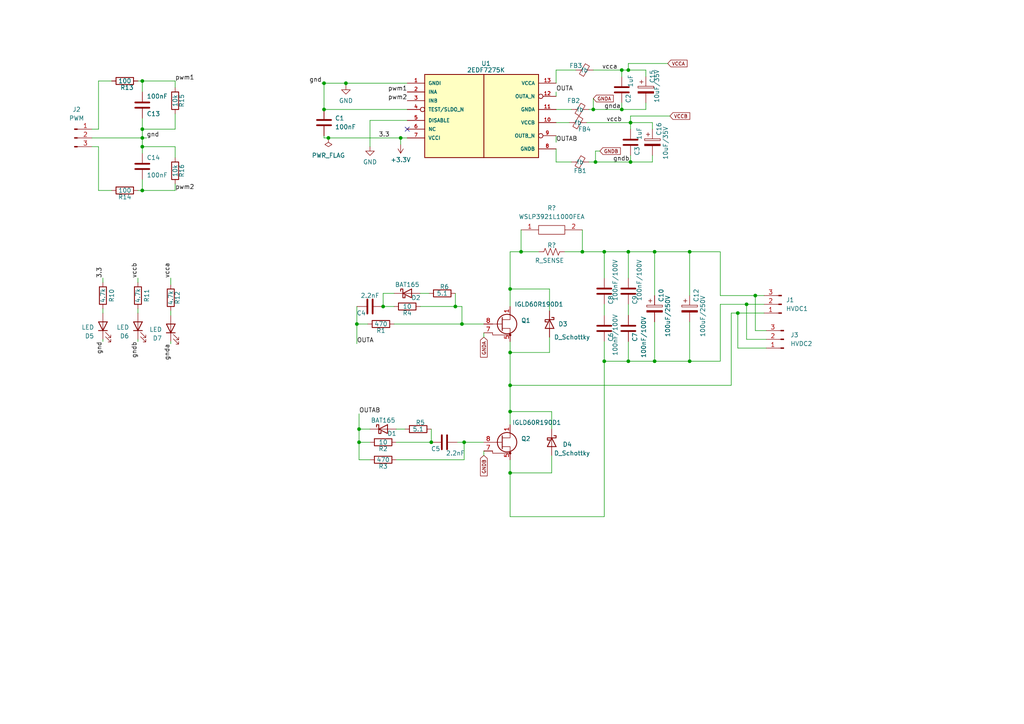
<source format=kicad_sch>
(kicad_sch (version 20211123) (generator eeschema)
  (paper "A4")
  (lib_symbols
    (symbol "2EDF7275K:2EDF7275K" (pin_names (offset 1.016))
      (property "Reference" "U1" (at 17.78 1.27 0))
      (property "Value" "2EDF7275K" (at 17.78 -0.635 0))
      (symbol "2EDF7275K_0_0"
        (rectangle (start 0 -1.905) (end 33.02 -26.035) (stroke (width 0.254)) (fill (type background)))
        (polyline (pts (xy 17.145 -1.905) (xy 17.145 -26.035)) (stroke (width 0.254)))
        (pin power_in line (at -5.08 -4.445 0) (length 5.08) (name "GNDI") (number "1"))
        (pin power_in line (at 38.1 -15.875 180) (length 5.08) (name "VCCB") (number "10"))
        (pin power_in line (at 38.1 -12.065 180) (length 5.08) (name "GNDA") (number "11"))
        (pin output inverted (at 38.1 -8.255 180) (length 5.08) (name "OUTA_N") (number "12"))
        (pin power_in line (at 38.1 -4.445 180) (length 5.08) (name "VCCA") (number "13"))
        (pin input line (at -5.08 -6.985 0) (length 5.08) (name "INA") (number "2"))
        (pin input line (at -5.08 -9.525 0) (length 5.08) (name "INB") (number "3"))
        (pin input inverted (at -5.08 -12.065 0) (length 5.08) (name "TEST/SLDO_N") (number "4"))
        (pin input line (at -5.08 -15.24 0) (length 5.08) (name "DISABLE") (number "5"))
        (pin passive line (at -5.08 -17.78 0) (length 5.08) (name "NC") (number "6"))
        (pin power_in line (at -5.08 -20.32 0) (length 5.08) (name "VCCI") (number "7"))
        (pin power_in line (at 38.1 -23.495 180) (length 5.08) (name "GNDB") (number "8"))
        (pin output inverted (at 38.1 -19.685 180) (length 5.08) (name "OUTB_N") (number "9"))
      )
    )
    (symbol "Connector:Conn_01x03_Male" (pin_names (offset 1.016) hide)
      (property "Reference" "J" (at 0 5.08 0))
      (property "Value" "Conn_01x03_Male" (at 0 -5.08 0))
      (symbol "Conn_01x03_Male_1_1"
        (polyline (pts (xy 1.27 -2.54) (xy 0.8636 -2.54)) (stroke (width 0.1524)))
        (polyline (pts (xy 1.27 0) (xy 0.8636 0)) (stroke (width 0.1524)))
        (polyline (pts (xy 1.27 2.54) (xy 0.8636 2.54)) (stroke (width 0.1524)))
        (rectangle (start 0.8636 -2.413) (end 0 -2.667) (stroke (width 0.1524)) (fill (type outline)))
        (rectangle (start 0.8636 0.127) (end 0 -0.127) (stroke (width 0.1524)) (fill (type outline)))
        (rectangle (start 0.8636 2.667) (end 0 2.413) (stroke (width 0.1524)) (fill (type outline)))
        (pin passive line (at 5.08 2.54 180) (length 3.81) (name "Pin_1") (number "1"))
        (pin passive line (at 5.08 0 180) (length 3.81) (name "Pin_2") (number "2"))
        (pin passive line (at 5.08 -2.54 180) (length 3.81) (name "Pin_3") (number "3"))
      )
    )
    (symbol "Device:C" (pin_numbers hide) (pin_names (offset 0.254))
      (property "Reference" "C" (at 0.635 2.54 0))
      (property "Value" "C" (at 0.635 -2.54 0))
      (symbol "C_0_1"
        (polyline (pts (xy -2.032 -0.762) (xy 2.032 -0.762)) (stroke (width 0.508)))
        (polyline (pts (xy -2.032 0.762) (xy 2.032 0.762)) (stroke (width 0.508)))
      )
      (symbol "C_1_1"
        (pin passive line (at 0 3.81 270) (length 2.794) (name "~") (number "1"))
        (pin passive line (at 0 -3.81 90) (length 2.794) (name "~") (number "2"))
      )
    )
    (symbol "Device:C_Polarized" (pin_numbers hide) (pin_names (offset 0.254))
      (property "Reference" "C" (at 0.635 2.54 0))
      (property "Value" "C_Polarized" (at 0.635 -2.54 0))
      (symbol "C_Polarized_0_1"
        (rectangle (start -2.286 0.508) (end 2.286 1.016))
        (polyline (pts (xy -1.778 2.286) (xy -0.762 2.286)))
        (polyline (pts (xy -1.27 2.794) (xy -1.27 1.778)))
        (rectangle (start 2.286 -0.508) (end -2.286 -1.016) (fill (type outline)))
      )
      (symbol "C_Polarized_1_1"
        (pin passive line (at 0 3.81 270) (length 2.794) (name "~") (number "1"))
        (pin passive line (at 0 -3.81 90) (length 2.794) (name "~") (number "2"))
      )
    )
    (symbol "Device:D_Schottky" (pin_numbers hide) (pin_names (offset 1.016) hide)
      (property "Reference" "D" (at 0 2.54 0))
      (property "Value" "D_Schottky" (at 0 -2.54 0))
      (symbol "D_Schottky_0_1"
        (polyline (pts (xy 1.27 0) (xy -1.27 0)))
        (polyline (pts (xy 1.27 1.27) (xy 1.27 -1.27) (xy -1.27 0) (xy 1.27 1.27)) (stroke (width 0.254)))
        (polyline (pts (xy -1.905 0.635) (xy -1.905 1.27) (xy -1.27 1.27) (xy -1.27 -1.27) (xy -0.635 -1.27) (xy -0.635 -0.635)) (stroke (width 0.254)))
      )
      (symbol "D_Schottky_1_1"
        (pin passive line (at -3.81 0 0) (length 2.54) (name "K") (number "1"))
        (pin passive line (at 3.81 0 180) (length 2.54) (name "A") (number "2"))
      )
    )
    (symbol "Device:FerriteBead_Small" (pin_numbers hide) (pin_names (offset 0))
      (property "Reference" "FB" (at 1.905 1.27 0))
      (property "Value" "FerriteBead_Small" (at 1.905 -1.27 0))
      (symbol "FerriteBead_Small_0_1"
        (polyline (pts (xy 0 -1.27) (xy 0 -0.7874)))
        (polyline (pts (xy 0 0.889) (xy 0 1.2954)))
        (polyline (pts (xy -1.8288 0.2794) (xy -1.1176 1.4986) (xy 1.8288 -0.2032) (xy 1.1176 -1.4224) (xy -1.8288 0.2794)))
      )
      (symbol "FerriteBead_Small_1_1"
        (pin passive line (at 0 2.54 270) (length 1.27) (name "~") (number "1"))
        (pin passive line (at 0 -2.54 90) (length 1.27) (name "~") (number "2"))
      )
    )
    (symbol "Device:LED" (pin_numbers hide) (pin_names (offset 1.016) hide)
      (property "Reference" "D" (at 0 2.54 0))
      (property "Value" "LED" (at 0 -2.54 0))
      (symbol "LED_0_1"
        (polyline (pts (xy -1.27 -1.27) (xy -1.27 1.27)) (stroke (width 0.254)))
        (polyline (pts (xy -1.27 0) (xy 1.27 0)))
        (polyline (pts (xy 1.27 -1.27) (xy 1.27 1.27) (xy -1.27 0) (xy 1.27 -1.27)) (stroke (width 0.254)))
        (polyline (pts (xy -3.048 -0.762) (xy -4.572 -2.286) (xy -3.81 -2.286) (xy -4.572 -2.286) (xy -4.572 -1.524)))
        (polyline (pts (xy -1.778 -0.762) (xy -3.302 -2.286) (xy -2.54 -2.286) (xy -3.302 -2.286) (xy -3.302 -1.524)))
      )
      (symbol "LED_1_1"
        (pin passive line (at -3.81 0 0) (length 2.54) (name "K") (number "1"))
        (pin passive line (at 3.81 0 180) (length 2.54) (name "A") (number "2"))
      )
    )
    (symbol "Device:R" (pin_numbers hide) (pin_names (offset 0))
      (property "Reference" "R" (at 2.032 0 90))
      (property "Value" "R" (at 0 0 90))
      (symbol "R_0_1"
        (rectangle (start -1.016 -2.54) (end 1.016 2.54) (stroke (width 0.254)))
      )
      (symbol "R_1_1"
        (pin passive line (at 0 3.81 270) (length 1.27) (name "~") (number "1"))
        (pin passive line (at 0 -3.81 90) (length 1.27) (name "~") (number "2"))
      )
    )
    (symbol "Device:R_US" (pin_numbers hide) (pin_names (offset 0))
      (property "Reference" "R" (at 2.54 0 90))
      (property "Value" "R_US" (at -2.54 0 90))
      (symbol "R_US_0_1"
        (polyline (pts (xy 0 -2.286) (xy 0 -2.54)))
        (polyline (pts (xy 0 2.286) (xy 0 2.54)))
        (polyline (pts (xy 0 -0.762) (xy 1.016 -1.143) (xy 0 -1.524) (xy -1.016 -1.905) (xy 0 -2.286)))
        (polyline (pts (xy 0 0.762) (xy 1.016 0.381) (xy 0 0) (xy -1.016 -0.381) (xy 0 -0.762)))
        (polyline (pts (xy 0 2.286) (xy 1.016 1.905) (xy 0 1.524) (xy -1.016 1.143) (xy 0 0.762)))
      )
      (symbol "R_US_1_1"
        (pin passive line (at 0 3.81 270) (length 1.27) (name "~") (number "1"))
        (pin passive line (at 0 -3.81 90) (length 1.27) (name "~") (number "2"))
      )
    )
    (symbol "Transistor_FET:IGLD60R190D1" (pin_names (offset 0) hide)
      (property "Reference" "Q" (at 5.08 1.905 0))
      (property "Value" "IGLD60R190D1" (at 5.08 0 0))
      (symbol "IGLD60R190D1_0_1"
        (polyline (pts (xy -2.54 0) (xy 0.254 0)))
        (polyline (pts (xy -2.54 -2.54) (xy -2.54 -3.175) (xy 2.54 -3.175)))
        (polyline (pts (xy 0.254 -1.27) (xy 2.54 -1.27) (xy 2.54 -2.54)))
        (polyline (pts (xy 0.254 1.905) (xy 0.254 -1.905) (xy 0.254 -1.905)) (stroke (width 0.254)))
        (polyline (pts (xy 2.54 2.54) (xy 2.54 1.27) (xy 0.254 1.27)))
        (circle (center 1.651 0) (radius 2.8194) (stroke (width 0.254)))
        (circle (center 2.54 -3.175) (radius 0.2794) (fill (type outline)))
      )
      (symbol "IGLD60R190D1_1_1"
        (pin passive line (at 2.54 5.08 270) (length 2.54) (name "D") (number "1"))
        (pin passive line (at 2.54 5.08 270) (length 2.54) hide (name "D") (number "2"))
        (pin passive line (at 2.54 5.08 270) (length 2.54) hide (name "D") (number "3"))
        (pin passive line (at 2.54 5.08 270) (length 2.54) hide (name "D") (number "4"))
        (pin passive line (at 2.54 -5.08 90) (length 2.54) (name "S") (number "5"))
        (pin passive line (at 2.54 -5.08 90) (length 2.54) hide (name "S") (number "6"))
        (pin passive line (at -5.08 -2.54 0) (length 2.54) (name "SS") (number "7"))
        (pin input line (at -5.08 0 0) (length 2.54) (name "G") (number "8"))
        (pin passive line (at 2.54 -5.08 90) (length 2.54) hide (name "S") (number "9"))
      )
    )
    (symbol "WSLP3921L1000FEA:WSLP3921L1000FEA" (pin_names (offset 0.762))
      (property "Reference" "R" (at 13.97 6.35 0))
      (property "Value" "WSLP3921L1000FEA" (at 13.97 3.81 0))
      (symbol "WSLP3921L1000FEA_0_0"
        (pin passive line (at 0 0 0) (length 5.08) (name "~") (number "1"))
        (pin passive line (at 17.78 0 180) (length 5.08) (name "~") (number "2"))
      )
      (symbol "WSLP3921L1000FEA_0_1"
        (polyline (pts (xy 5.08 1.27) (xy 12.7 1.27) (xy 12.7 -1.27) (xy 5.08 -1.27) (xy 5.08 1.27)) (stroke (width 0.1524)))
      )
    )
    (symbol "power:+3.3V" (power) (pin_names (offset 0))
      (property "Value" "+3.3V" (at 0 3.556 0))
      (symbol "+3.3V_0_1"
        (polyline (pts (xy -0.762 1.27) (xy 0 2.54)))
        (polyline (pts (xy 0 0) (xy 0 2.54)))
        (polyline (pts (xy 0 2.54) (xy 0.762 1.27)))
      )
      (symbol "+3.3V_1_1"
        (pin power_in line (at 0 0 90) (length 0) hide (name "+3.3V") (number "1"))
      )
    )
    (symbol "power:GND" (power) (pin_names (offset 0))
      (property "Value" "GND" (at 0 -3.81 0))
      (symbol "GND_0_1"
        (polyline (pts (xy 0 0) (xy 0 -1.27) (xy 1.27 -1.27) (xy 0 -2.54) (xy -1.27 -1.27) (xy 0 -1.27)))
      )
      (symbol "GND_1_1"
        (pin power_in line (at 0 0 270) (length 0) hide (name "GND") (number "1"))
      )
    )
    (symbol "power:PWR_FLAG" (power) (pin_numbers hide) (pin_names (offset 0) hide)
      (property "Value" "PWR_FLAG" (at 0 3.81 0))
      (symbol "PWR_FLAG_0_0"
        (pin power_out line (at 0 0 90) (length 0) (name "pwr") (number "1"))
      )
      (symbol "PWR_FLAG_0_1"
        (polyline (pts (xy 0 0) (xy 0 1.27) (xy -1.016 1.905) (xy 0 2.54) (xy 1.016 1.905) (xy 0 1.27)))
      )
    )
  )
  (junction (at 104.14 124.46))
  (junction (at 41.275 55.245))
  (junction (at 125.095 128.27))
  (junction (at 175.26 104.775))
  (junction (at 219.075 85.725))
  (junction (at 147.955 137.16))
  (junction (at 132.08 88.9))
  (junction (at 93.98 31.75))
  (junction (at 104.14 128.27))
  (junction (at 41.275 42.545))
  (junction (at 200.025 73.025))
  (junction (at 147.955 83.82))
  (junction (at 147.955 111.76))
  (junction (at 100.33 24.13))
  (junction (at 103.505 93.98))
  (junction (at 147.955 102.235))
  (junction (at 172.72 46.99))
  (junction (at 41.275 37.465))
  (junction (at 180.34 20.32))
  (junction (at 182.245 73.025))
  (junction (at 95.25 40.005))
  (junction (at 133.985 93.98))
  (junction (at 147.955 119.38))
  (junction (at 182.88 46.99))
  (junction (at 182.245 104.775))
  (junction (at 189.865 73.025))
  (junction (at 134.62 128.27))
  (junction (at 168.91 73.025))
  (junction (at 180.34 31.75))
  (junction (at 93.98 24.13))
  (junction (at 200.025 104.775))
  (junction (at 182.245 20.32))
  (junction (at 175.26 73.025))
  (junction (at 213.995 90.805))
  (junction (at 41.275 40.005))
  (junction (at 41.275 23.495))
  (junction (at 216.535 88.265))
  (junction (at 111.125 88.9))
  (junction (at 182.88 35.56))
  (junction (at 172.085 31.75))
  (junction (at 189.865 104.775))
  (junction (at 151.13 73.025))
  (junction (at 116.205 40.005))
  (no_connect (at 118.11 37.465))
  (wire (pts (xy 111.125 85.09) (xy 114.3 85.09)))
  (wire (pts (xy 28.575 55.245) (xy 28.575 42.545)))
  (wire (pts (xy 189.865 93.345) (xy 189.865 104.775)))
  (wire (pts (xy 213.995 90.805) (xy 221.615 90.805)))
  (wire (pts (xy 49.53 90.17) (xy 49.53 91.44)))
  (wire (pts (xy 93.98 31.75) (xy 118.11 31.75)))
  (wire (pts (xy 187.325 29.845) (xy 187.325 31.75)))
  (wire (pts (xy 180.34 22.225) (xy 180.34 20.32)))
  (wire (pts (xy 160.02 119.38) (xy 147.955 119.38)))
  (wire (pts (xy 114.935 128.27) (xy 125.095 128.27)))
  (wire (pts (xy 147.955 99.06) (xy 147.955 102.235)))
  (wire (pts (xy 222.25 95.885) (xy 219.075 95.885)))
  (wire (pts (xy 100.33 24.765) (xy 100.33 24.13)))
  (wire (pts (xy 28.575 23.495) (xy 32.385 23.495)))
  (wire (pts (xy 208.915 73.025) (xy 208.915 85.725)))
  (wire (pts (xy 140.335 132.08) (xy 140.335 130.81)))
  (wire (pts (xy 189.865 73.025) (xy 200.025 73.025)))
  (wire (pts (xy 219.075 95.885) (xy 219.075 85.725)))
  (wire (pts (xy 107.315 34.925) (xy 107.315 42.545)))
  (wire (pts (xy 172.085 31.75) (xy 180.34 31.75)))
  (wire (pts (xy 116.205 41.91) (xy 116.205 40.005)))
  (wire (pts (xy 161.29 24.13) (xy 161.29 20.32)))
  (wire (pts (xy 175.26 104.775) (xy 175.26 99.06)))
  (wire (pts (xy 41.275 42.545) (xy 41.275 44.45)))
  (wire (pts (xy 147.955 119.38) (xy 147.955 123.19)))
  (wire (pts (xy 187.325 31.75) (xy 180.34 31.75)))
  (wire (pts (xy 182.245 73.025) (xy 189.865 73.025)))
  (wire (pts (xy 93.98 24.13) (xy 100.33 24.13)))
  (wire (pts (xy 212.09 111.76) (xy 212.09 90.805)))
  (wire (pts (xy 50.8 25.4) (xy 50.8 23.495)))
  (wire (pts (xy 28.575 37.465) (xy 28.575 23.495)))
  (wire (pts (xy 100.33 24.13) (xy 118.11 24.13)))
  (wire (pts (xy 41.275 23.495) (xy 41.275 26.67)))
  (wire (pts (xy 172.085 20.32) (xy 180.34 20.32)))
  (wire (pts (xy 121.92 88.9) (xy 132.08 88.9)))
  (wire (pts (xy 147.955 73.025) (xy 147.955 83.82)))
  (wire (pts (xy 160.02 124.46) (xy 160.02 119.38)))
  (wire (pts (xy 40.005 80.645) (xy 40.005 81.915)))
  (wire (pts (xy 147.955 137.16) (xy 147.955 149.86)))
  (wire (pts (xy 161.29 35.56) (xy 165.1 35.56)))
  (wire (pts (xy 170.18 35.56) (xy 182.88 35.56)))
  (wire (pts (xy 151.13 66.675) (xy 151.13 73.025)))
  (wire (pts (xy 172.72 46.99) (xy 182.88 46.99)))
  (wire (pts (xy 103.505 93.98) (xy 103.505 88.9)))
  (wire (pts (xy 134.62 128.27) (xy 140.335 128.27)))
  (wire (pts (xy 172.085 31.75) (xy 170.815 31.75)))
  (wire (pts (xy 114.3 88.9) (xy 111.125 88.9)))
  (wire (pts (xy 213.995 100.965) (xy 213.995 90.805)))
  (wire (pts (xy 106.68 93.98) (xy 103.505 93.98)))
  (wire (pts (xy 200.025 85.725) (xy 200.025 73.025)))
  (wire (pts (xy 182.245 104.775) (xy 189.865 104.775)))
  (wire (pts (xy 175.26 88.265) (xy 175.26 91.44)))
  (wire (pts (xy 159.385 97.79) (xy 159.385 102.235)))
  (wire (pts (xy 159.385 102.235) (xy 147.955 102.235)))
  (wire (pts (xy 132.715 128.27) (xy 134.62 128.27)))
  (wire (pts (xy 50.8 45.72) (xy 50.8 42.545)))
  (wire (pts (xy 161.29 41.275) (xy 161.29 39.37)))
  (wire (pts (xy 104.14 120.015) (xy 104.14 124.46)))
  (wire (pts (xy 147.955 111.76) (xy 147.955 119.38)))
  (wire (pts (xy 182.88 45.085) (xy 182.88 46.99)))
  (wire (pts (xy 161.29 26.67) (xy 161.29 27.94)))
  (wire (pts (xy 161.29 20.32) (xy 167.005 20.32)))
  (wire (pts (xy 182.245 88.265) (xy 182.245 91.44)))
  (wire (pts (xy 182.245 73.025) (xy 182.245 80.645)))
  (wire (pts (xy 26.67 37.465) (xy 28.575 37.465)))
  (wire (pts (xy 40.005 99.06) (xy 40.005 98.425)))
  (wire (pts (xy 41.275 34.29) (xy 41.275 37.465)))
  (wire (pts (xy 182.245 18.415) (xy 193.675 18.415)))
  (wire (pts (xy 151.13 73.025) (xy 156.21 73.025)))
  (wire (pts (xy 160.02 132.08) (xy 160.02 137.16)))
  (wire (pts (xy 26.67 42.545) (xy 28.575 42.545)))
  (wire (pts (xy 200.025 73.025) (xy 208.915 73.025)))
  (wire (pts (xy 114.935 124.46) (xy 117.475 124.46)))
  (wire (pts (xy 133.985 93.98) (xy 140.335 93.98)))
  (wire (pts (xy 29.845 80.645) (xy 29.845 81.915)))
  (wire (pts (xy 189.23 45.085) (xy 189.23 46.99)))
  (wire (pts (xy 40.005 55.245) (xy 41.275 55.245)))
  (wire (pts (xy 50.8 55.245) (xy 41.275 55.245)))
  (wire (pts (xy 161.29 43.18) (xy 161.29 46.99)))
  (wire (pts (xy 107.315 128.27) (xy 104.14 128.27)))
  (wire (pts (xy 170.815 46.99) (xy 172.72 46.99)))
  (wire (pts (xy 50.8 33.02) (xy 50.8 37.465)))
  (wire (pts (xy 159.385 90.17) (xy 159.385 83.82)))
  (wire (pts (xy 200.025 93.345) (xy 200.025 104.775)))
  (wire (pts (xy 50.8 23.495) (xy 41.275 23.495)))
  (wire (pts (xy 159.385 83.82) (xy 147.955 83.82)))
  (wire (pts (xy 147.955 111.76) (xy 212.09 111.76)))
  (wire (pts (xy 26.67 40.005) (xy 41.275 40.005)))
  (wire (pts (xy 41.275 55.245) (xy 41.275 52.07)))
  (wire (pts (xy 103.505 99.695) (xy 103.505 93.98)))
  (wire (pts (xy 93.98 40.005) (xy 95.25 40.005)))
  (wire (pts (xy 116.205 40.005) (xy 118.11 40.005)))
  (wire (pts (xy 125.095 128.27) (xy 125.095 124.46)))
  (wire (pts (xy 175.26 104.775) (xy 182.245 104.775)))
  (wire (pts (xy 93.98 39.37) (xy 93.98 40.005)))
  (wire (pts (xy 147.955 133.35) (xy 147.955 137.16)))
  (wire (pts (xy 41.275 37.465) (xy 41.275 40.005)))
  (wire (pts (xy 161.29 31.75) (xy 165.735 31.75)))
  (wire (pts (xy 168.91 73.025) (xy 163.83 73.025)))
  (wire (pts (xy 175.26 73.025) (xy 182.245 73.025)))
  (wire (pts (xy 208.915 85.725) (xy 219.075 85.725)))
  (wire (pts (xy 49.53 99.695) (xy 49.53 99.06)))
  (wire (pts (xy 50.8 37.465) (xy 41.275 37.465)))
  (wire (pts (xy 208.915 88.265) (xy 216.535 88.265)))
  (wire (pts (xy 29.845 89.535) (xy 29.845 90.805)))
  (wire (pts (xy 219.075 85.725) (xy 221.615 85.725)))
  (wire (pts (xy 41.275 40.005) (xy 42.545 40.005)))
  (wire (pts (xy 189.23 37.465) (xy 189.23 35.56)))
  (wire (pts (xy 187.325 22.225) (xy 187.325 20.32)))
  (wire (pts (xy 114.935 133.35) (xy 134.62 133.35)))
  (wire (pts (xy 93.98 24.13) (xy 93.98 31.75)))
  (wire (pts (xy 147.955 149.86) (xy 175.26 149.86)))
  (wire (pts (xy 208.915 104.775) (xy 208.915 88.265)))
  (wire (pts (xy 104.14 133.35) (xy 104.14 128.27)))
  (wire (pts (xy 182.88 35.56) (xy 189.23 35.56)))
  (wire (pts (xy 50.8 42.545) (xy 41.275 42.545)))
  (wire (pts (xy 140.335 97.79) (xy 140.335 96.52)))
  (wire (pts (xy 132.08 88.9) (xy 132.08 85.09)))
  (wire (pts (xy 107.315 133.35) (xy 104.14 133.35)))
  (wire (pts (xy 182.88 35.56) (xy 182.88 37.465)))
  (wire (pts (xy 172.085 28.575) (xy 172.085 31.75)))
  (wire (pts (xy 133.985 93.98) (xy 133.985 88.9)))
  (wire (pts (xy 182.88 46.99) (xy 189.23 46.99)))
  (wire (pts (xy 182.245 18.415) (xy 182.245 20.32)))
  (wire (pts (xy 32.385 55.245) (xy 28.575 55.245)))
  (wire (pts (xy 50.8 53.34) (xy 50.8 55.245)))
  (wire (pts (xy 111.125 88.9) (xy 111.125 85.09)))
  (wire (pts (xy 41.275 42.545) (xy 41.275 40.005)))
  (wire (pts (xy 175.26 73.025) (xy 168.91 73.025)))
  (wire (pts (xy 222.25 98.425) (xy 216.535 98.425)))
  (wire (pts (xy 189.865 85.725) (xy 189.865 73.025)))
  (wire (pts (xy 161.29 46.99) (xy 165.735 46.99)))
  (wire (pts (xy 29.845 99.06) (xy 29.845 98.425)))
  (wire (pts (xy 189.865 104.775) (xy 200.025 104.775)))
  (wire (pts (xy 180.34 20.32) (xy 182.245 20.32)))
  (wire (pts (xy 173.99 43.815) (xy 172.72 43.815)))
  (wire (pts (xy 40.005 89.535) (xy 40.005 90.805)))
  (wire (pts (xy 147.955 83.82) (xy 147.955 88.9)))
  (wire (pts (xy 172.72 43.815) (xy 172.72 46.99)))
  (wire (pts (xy 182.88 33.655) (xy 182.88 35.56)))
  (wire (pts (xy 40.005 23.495) (xy 41.275 23.495)))
  (wire (pts (xy 104.14 124.46) (xy 107.315 124.46)))
  (wire (pts (xy 133.985 88.9) (xy 132.08 88.9)))
  (wire (pts (xy 216.535 88.265) (xy 221.615 88.265)))
  (wire (pts (xy 175.26 80.645) (xy 175.26 73.025)))
  (wire (pts (xy 107.315 34.925) (xy 118.11 34.925)))
  (wire (pts (xy 134.62 133.35) (xy 134.62 128.27)))
  (wire (pts (xy 222.25 100.965) (xy 213.995 100.965)))
  (wire (pts (xy 121.92 85.09) (xy 124.46 85.09)))
  (wire (pts (xy 194.31 33.655) (xy 182.88 33.655)))
  (wire (pts (xy 180.34 29.845) (xy 180.34 31.75)))
  (wire (pts (xy 216.535 98.425) (xy 216.535 88.265)))
  (wire (pts (xy 175.26 149.86) (xy 175.26 104.775)))
  (wire (pts (xy 95.25 40.005) (xy 116.205 40.005)))
  (wire (pts (xy 114.3 93.98) (xy 133.985 93.98)))
  (wire (pts (xy 93.345 24.13) (xy 93.98 24.13)))
  (wire (pts (xy 160.02 137.16) (xy 147.955 137.16)))
  (wire (pts (xy 147.955 102.235) (xy 147.955 111.76)))
  (wire (pts (xy 187.325 20.32) (xy 182.245 20.32)))
  (wire (pts (xy 168.91 66.675) (xy 168.91 73.025)))
  (wire (pts (xy 182.245 99.06) (xy 182.245 104.775)))
  (wire (pts (xy 104.14 128.27) (xy 104.14 124.46)))
  (wire (pts (xy 147.955 73.025) (xy 151.13 73.025)))
  (wire (pts (xy 200.025 104.775) (xy 208.915 104.775)))
  (wire (pts (xy 212.09 90.805) (xy 213.995 90.805)))
  (wire (pts (xy 49.53 80.645) (xy 49.53 82.55)))
  (label "pwm1" (at 118.11 26.67 180))
  (label "pwm2" (at 50.8 55.245 0))
  (label "gnd" (at 29.845 99.06 270))
  (label "OUTA" (at 103.505 99.695 0))
  (label "gnda" (at 175.26 31.75 0))
  (label "pwm1" (at 50.8 23.495 0))
  (label "OUTA" (at 161.29 26.67 0))
  (label "pwm2" (at 118.11 29.21 180))
  (label "gnda" (at 49.53 99.695 270))
  (label "vcca" (at 174.625 20.32 0))
  (label "vcca" (at 49.53 80.645 90))
  (label "gndb" (at 40.005 99.06 270))
  (label "3.3" (at 29.845 80.645 90))
  (label "vccb" (at 175.895 35.56 0))
  (label "vccb" (at 40.005 80.645 90))
  (label "gndb" (at 177.8 46.99 0))
  (label "gnd" (at 93.345 24.13 180))
  (label "gnd" (at 42.545 40.005 0))
  (label "3.3" (at 113.03 40.005 180))
  (label "OUTAB" (at 104.14 120.015 0))
  (label "OUTAB" (at 161.29 41.275 0))
  (global_label "GNDA" (shape input) (at 172.085 28.575 0) (effects (font (size 1 1))) (property "Intersheet References" "${INTERSHEET_REFS}" (effects hide)))
  (global_label "GNDB" (shape input) (at 140.335 132.08 270) (effects (font (size 1 1))) (property "Intersheet References" "${INTERSHEET_REFS}" (effects hide)))
  (global_label "GNDA" (shape input) (at 140.335 97.79 270) (effects (font (size 1 1))) (property "Intersheet References" "${INTERSHEET_REFS}" (effects hide)))
  (global_label "GNDB" (shape input) (at 173.99 43.815 0) (effects (font (size 1 1))) (property "Intersheet References" "${INTERSHEET_REFS}" (effects hide)))
  (global_label "VCCA" (shape input) (at 193.675 18.415 0) (effects (font (size 1 1))) (property "Intersheet References" "${INTERSHEET_REFS}" (effects hide)))
  (global_label "VCCB" (shape input) (at 194.31 33.655 0) (effects (font (size 1 1))) (property "Intersheet References" "${INTERSHEET_REFS}" (effects hide)))
  (symbol (lib_id "Connector:Conn_01x03_Male") (at 227.33 98.425 180) (unit 1)
    (property "Reference" "J3" (at 229.235 97.1549 0) (effects (justify right)))
    (property "Value" "HVDC2" (at 229.235 99.6949 0) (effects (justify right)))
    (property "Footprint" "Connector_Molex:Molex_KK-396_A-41791-0003_1x03_P3.96mm_Vertical" (effects hide))
  )
  (symbol (lib_id "Device:FerriteBead_Small") (at 168.275 31.75 90) (unit 1)
    (property "Reference" "FB2" (at 166.37 29.21 90))
    (property "Value" "fb" (at 168.275 31.75 90))
    (property "Footprint" "Resistor_SMD:R_0805_2012Metric" (effects hide))
  )
  (symbol (lib_id "Device:R") (at 111.125 133.35 90) (unit 1)
    (property "Reference" "R3" (at 111.125 135.255 90))
    (property "Value" "470" (at 111.125 133.35 90))
    (property "Footprint" "Resistor_SMD:R_0805_2012Metric" (effects hide))
  )
  (symbol (lib_id "power:PWR_FLAG") (at 95.25 40.005 180) (unit 1)
    (property "Reference" "#FLG01" (effects hide))
    (property "Value" "PWR_FLAG" (at 95.25 45.085 0))
  )
  (symbol (lib_id "Device:R") (at 49.53 86.36 180) (unit 1)
    (property "Reference" "R12" (at 51.435 86.36 90))
    (property "Value" "4.7k" (at 49.53 86.36 90))
    (property "Footprint" "Resistor_SMD:R_0805_2012Metric" (effects hide))
  )
  (symbol (lib_id "Device:R") (at 110.49 93.98 90) (unit 1)
    (property "Reference" "R1" (at 110.49 95.885 90))
    (property "Value" "470" (at 110.49 93.98 90))
    (property "Footprint" "Resistor_SMD:R_0805_2012Metric" (effects hide))
  )
  (symbol (lib_id "power:GND") (at 107.315 42.545 0) (unit 1)
    (property "Reference" "#PWR0101" (effects hide))
    (property "Value" "GND" (at 107.315 46.99 0))
  )
  (symbol (lib_id "Device:R") (at 40.005 85.725 180) (unit 1)
    (property "Reference" "R11" (at 42.545 85.725 90))
    (property "Value" "4.7k" (at 40.005 85.725 90))
    (property "Footprint" "Resistor_SMD:R_0805_2012Metric" (effects hide))
  )
  (symbol (lib_id "Device:LED") (at 40.005 94.615 90) (unit 1)
    (property "Reference" "D6" (at 37.465 97.4726 90) (effects (justify left)))
    (property "Value" "LED" (at 37.465 94.9326 90) (effects (justify left)))
    (property "Footprint" "LED_SMD:LED_0805_2012Metric" (effects hide))
  )
  (symbol (lib_id "Device:D_Schottky") (at 160.02 128.27 270) (unit 1)
    (property "Reference" "D4" (at 163.195 128.905 90) (effects (justify left)))
    (property "Value" "D_Schottky" (at 160.655 131.445 90) (effects (justify left)))
    (property "Footprint" "Diode_THT:D_5KPW_P12.70mm_Horizontal" (effects hide))
  )
  (symbol (lib_id "Device:C") (at 180.34 26.035 180) (unit 1)
    (property "Reference" "C2" (at 182.245 28.575 90))
    (property "Value" "1uF" (at 182.88 23.495 90))
    (property "Footprint" "Capacitor_SMD:C_0805_2012Metric" (effects hide))
  )
  (symbol (lib_id "Device:C") (at 182.245 95.25 180) (unit 1)
    (property "Reference" "C7" (at 184.15 97.79 90))
    (property "Value" "100nF/100V" (at 186.69 97.79 90))
    (property "Footprint" "Capacitor_SMD:C_0805_2012Metric" (effects hide))
  )
  (symbol (lib_id "Device:FerriteBead_Small") (at 169.545 20.32 90) (unit 1)
    (property "Reference" "FB3" (at 167.005 19.05 90))
    (property "Value" "fb" (at 169.545 20.32 90))
    (property "Footprint" "Resistor_SMD:R_0805_2012Metric" (effects hide))
  )
  (symbol (lib_id "Device:C_Polarized") (at 189.865 89.535 0) (unit 1)
    (property "Reference" "C10" (at 191.77 87.63 90) (effects (justify left)))
    (property "Value" "100uF/250V" (at 193.675 97.79 90) (effects (justify left)))
  )
  (symbol (lib_id "Device:C") (at 175.26 95.25 180) (unit 1)
    (property "Reference" "C6" (at 177.165 97.79 90))
    (property "Value" "100nF/100V" (at 178.435 97.155 90))
    (property "Footprint" "Capacitor_SMD:C_0805_2012Metric" (effects hide))
  )
  (symbol (lib_id "Connector:Conn_01x03_Male") (at 21.59 40.005 0) (unit 1)
    (property "Reference" "J2" (at 22.225 31.75 0))
    (property "Value" "PWM" (at 22.225 34.29 0))
    (property "Footprint" "Connector_Molex:Molex_KK-254_AE-6410-03A_1x03_P2.54mm_Vertical" (effects hide))
  )
  (symbol (lib_id "Device:C") (at 128.905 128.27 90) (unit 1)
    (property "Reference" "C5" (at 126.365 130.175 90))
    (property "Value" "2.2nF" (at 132.08 131.445 90))
    (property "Footprint" "Capacitor_SMD:C_0805_2012Metric" (effects hide))
  )
  (symbol (lib_id "Device:C") (at 107.315 88.9 90) (unit 1)
    (property "Reference" "C4" (at 104.775 90.805 90))
    (property "Value" "2.2nF" (at 107.315 85.725 90))
    (property "Footprint" "Capacitor_SMD:C_0805_2012Metric" (effects hide))
  )
  (symbol (lib_id "Device:C") (at 182.245 84.455 180) (unit 1)
    (property "Reference" "C9" (at 184.15 86.995 90))
    (property "Value" "100nF/100V" (at 185.42 81.28 90))
    (property "Footprint" "Capacitor_SMD:C_0805_2012Metric" (effects hide))
  )
  (symbol (lib_id "Device:C") (at 41.275 30.48 0) (mirror x) (unit 1)
    (property "Reference" "C13" (at 42.545 33.02 0) (effects (justify left)))
    (property "Value" "100nF" (at 42.545 27.94 0) (effects (justify left)))
    (property "Footprint" "Capacitor_SMD:C_0805_2012Metric" (effects hide))
  )
  (symbol (lib_id "Device:R") (at 50.8 49.53 180) (unit 1)
    (property "Reference" "R16" (at 52.705 49.53 90))
    (property "Value" "10k" (at 50.8 49.53 90))
    (property "Footprint" "Resistor_SMD:R_0805_2012Metric" (effects hide))
  )
  (symbol (lib_id "Device:R") (at 50.8 29.21 0) (mirror y) (unit 1)
    (property "Reference" "R15" (at 52.705 29.21 90))
    (property "Value" "10k" (at 50.8 29.21 90))
    (property "Footprint" "Resistor_SMD:R_0805_2012Metric" (effects hide))
  )
  (symbol (lib_id "Device:C_Polarized") (at 189.23 41.275 0) (unit 1)
    (property "Reference" "C16" (at 191.135 39.37 90) (effects (justify left)))
    (property "Value" "10uF/35V" (at 193.04 46.355 90) (effects (justify left)))
  )
  (symbol (lib_id "Device:R") (at 121.285 124.46 90) (unit 1)
    (property "Reference" "R5" (at 121.92 122.555 90))
    (property "Value" "5.1" (at 121.285 124.46 90))
    (property "Footprint" "Resistor_SMD:R_0805_2012Metric" (effects hide))
  )
  (symbol (lib_id "Device:C") (at 41.275 48.26 0) (unit 1)
    (property "Reference" "C14" (at 42.545 45.72 0) (effects (justify left)))
    (property "Value" "100nF" (at 42.545 50.8 0) (effects (justify left)))
    (property "Footprint" "Capacitor_SMD:C_0805_2012Metric" (effects hide))
  )
  (symbol (lib_id "Device:FerriteBead_Small") (at 168.275 46.99 90) (unit 1)
    (property "Reference" "FB1" (at 168.275 49.53 90))
    (property "Value" "fb" (at 168.275 46.99 90))
    (property "Footprint" "Resistor_SMD:R_0805_2012Metric" (effects hide))
  )
  (symbol (lib_id "Device:R") (at 29.845 85.725 180) (unit 1)
    (property "Reference" "R10" (at 32.385 85.725 90))
    (property "Value" "4.7k" (at 29.845 85.725 90))
    (property "Footprint" "Resistor_SMD:R_0805_2012Metric" (effects hide))
  )
  (symbol (lib_id "Device:C") (at 175.26 84.455 180) (unit 1)
    (property "Reference" "C8" (at 177.165 86.995 90))
    (property "Value" "100nF/100V" (at 178.435 81.28 90))
    (property "Footprint" "Capacitor_SMD:C_0805_2012Metric" (effects hide))
  )
  (symbol (lib_id "2EDF7275K:2EDF7275K") (at 123.19 19.685 0) (unit 1)
    (property "Reference" "U1" (at 140.97 18.415 0))
    (property "Value" "2EDF7275K" (at 140.97 20.32 0))
    (property "Footprint" "footprint:TFLGA65P500X500X106-14_13N-V" (effects hide))
  )
  (symbol (lib_id "Transistor_FET:IGLD60R190D1") (at 145.415 93.98 0) (unit 1)
    (property "Reference" "Q1" (at 151.13 92.9639 0) (effects (justify left)))
    (property "Value" "IGLD60R190D1" (at 149.225 88.265 0) (effects (justify left)))
    (property "Footprint" "Package_SON:Infineon_PG-LSON-8-1" (effects hide))
    (property "Datasheet" "https://www.infineon.com/dgdl/Infineon-IGLD60R190D1-DataSheet-v02_00-EN.pdf?fileId=5546d46269e1c019016a6d78ff5e2aba" (effects hide))
  )
  (symbol (lib_id "WSLP3921L1000FEA:WSLP3921L1000FEA") (at 151.13 66.675 0) (unit 1)
    (property "Reference" "R?" (at 160.02 60.325 0))
    (property "Value" "WSLP3921L1000FEA" (at 160.02 62.865 0))
    (property "Footprint" "RESC10052X50N" (effects hide))
    (property "Datasheet" "https://datasheet.datasheetarchive.com/originals/distributors/Datasheets_SAMA/cd369b67f640568f5c60fc944b86acf3.pdf" (effects hide))
    (property "Description" "Current Sense Resistors - SMD 9W 0.0001ohm 1%" (effects hide))
    (property "Height" "0.5" (effects hide))
    (property "Manufacturer_Name" "Vishay" (effects hide))
    (property "Manufacturer_Part_Number" "WSLP3921L1000FEA" (effects hide))
    (property "Mouser Part Number" "71-WSLP3921L1000FEA" (effects hide))
    (property "Mouser Price/Stock" "https://www.mouser.co.uk/ProductDetail/Vishay-Dale/WSLP3921L1000FEA?qs=TiOZkKH1s2S5b3T%252BuIp%2FVQ%3D%3D" (effects hide))
  )
  (symbol (lib_id "power:GND") (at 100.33 24.765 0) (unit 1)
    (property "Reference" "#PWR0102" (effects hide))
    (property "Value" "GND" (at 100.33 29.21 0))
  )
  (symbol (lib_id "Device:R") (at 36.195 23.495 90) (mirror x) (unit 1)
    (property "Reference" "R13" (at 36.83 25.4 90))
    (property "Value" "100" (at 36.195 23.495 90))
    (property "Footprint" "Resistor_SMD:R_0805_2012Metric" (effects hide))
  )
  (symbol (lib_id "Device:D_Schottky") (at 159.385 93.98 270) (unit 1)
    (property "Reference" "D3" (at 161.925 93.98 90) (effects (justify left)))
    (property "Value" "D_Schottky" (at 160.655 97.79 90) (effects (justify left)))
    (property "Footprint" "Diode_THT:D_5KPW_P12.70mm_Horizontal" (effects hide))
  )
  (symbol (lib_id "Connector:Conn_01x03_Male") (at 226.695 88.265 180) (unit 1)
    (property "Reference" "J1" (at 227.965 86.9949 0) (effects (justify right)))
    (property "Value" "HVDC1" (at 227.965 89.5349 0) (effects (justify right)))
    (property "Footprint" "Connector_Molex:Molex_KK-396_A-41791-0003_1x03_P3.96mm_Vertical" (effects hide))
  )
  (symbol (lib_id "power:+3.3V") (at 116.205 41.91 180) (unit 1)
    (property "Reference" "#PWR01" (effects hide))
    (property "Value" "+3.3V" (at 116.205 46.355 0))
  )
  (symbol (lib_id "Device:C") (at 182.88 41.275 180) (unit 1)
    (property "Reference" "C3" (at 184.785 43.815 90))
    (property "Value" "1uF" (at 185.42 38.735 90))
    (property "Footprint" "Capacitor_SMD:C_0805_2012Metric" (effects hide))
  )
  (symbol (lib_id "Device:R") (at 36.195 55.245 90) (unit 1)
    (property "Reference" "R14" (at 36.195 57.15 90))
    (property "Value" "100" (at 36.195 55.245 90))
    (property "Footprint" "Resistor_SMD:R_0805_2012Metric" (effects hide))
  )
  (symbol (lib_id "Device:R_US") (at 160.02 73.025 90) (unit 1)
    (property "Reference" "R?" (at 160.02 71.12 90))
    (property "Value" "R_SENSE" (at 159.385 75.565 90))
  )
  (symbol (lib_id "Device:D_Schottky") (at 118.11 85.09 0) (unit 1)
    (property "Reference" "D2" (at 120.65 86.36 0))
    (property "Value" "BAT165" (at 118.11 82.55 0))
    (property "Footprint" "Diode_SMD:D_SOD-323" (effects hide))
  )
  (symbol (lib_id "Device:R") (at 111.125 128.27 90) (unit 1)
    (property "Reference" "R2" (at 111.125 130.175 90))
    (property "Value" "10" (at 111.125 128.27 90))
    (property "Footprint" "Resistor_SMD:R_0805_2012Metric" (effects hide))
  )
  (symbol (lib_id "Device:C_Polarized") (at 187.325 26.035 0) (unit 1)
    (property "Reference" "C15" (at 189.23 24.13 90) (effects (justify left)))
    (property "Value" "10uF/35V" (at 190.5 29.845 90) (effects (justify left)))
  )
  (symbol (lib_id "Device:D_Schottky") (at 111.125 124.46 0) (unit 1)
    (property "Reference" "D1" (at 113.665 125.73 0))
    (property "Value" "BAT165" (at 111.125 121.92 0))
    (property "Footprint" "Diode_SMD:D_SOD-323" (effects hide))
  )
  (symbol (lib_id "Device:R") (at 128.27 85.09 90) (unit 1)
    (property "Reference" "R6" (at 128.905 83.185 90))
    (property "Value" "5.1" (at 128.27 85.09 90))
    (property "Footprint" "Resistor_SMD:R_0805_2012Metric" (effects hide))
  )
  (symbol (lib_id "Device:FerriteBead_Small") (at 167.64 35.56 90) (unit 1)
    (property "Reference" "FB4" (at 169.545 37.465 90))
    (property "Value" "fb" (at 167.64 35.56 90))
    (property "Footprint" "Resistor_SMD:R_0805_2012Metric" (effects hide))
  )
  (symbol (lib_id "Device:R") (at 118.11 88.9 90) (unit 1)
    (property "Reference" "R4" (at 118.11 90.805 90))
    (property "Value" "10" (at 118.11 88.9 90))
    (property "Footprint" "Resistor_SMD:R_0805_2012Metric" (effects hide))
  )
  (symbol (lib_id "Device:C_Polarized") (at 200.025 89.535 0) (unit 1)
    (property "Reference" "C12" (at 201.93 87.63 90) (effects (justify left)))
    (property "Value" "100uF/250V" (at 203.835 97.79 90) (effects (justify left)))
  )
  (symbol (lib_id "Device:LED") (at 29.845 94.615 90) (unit 1)
    (property "Reference" "D5" (at 27.305 97.4726 90) (effects (justify left)))
    (property "Value" "LED" (at 27.305 94.9326 90) (effects (justify left)))
    (property "Footprint" "LED_SMD:LED_0805_2012Metric" (effects hide))
  )
  (symbol (lib_id "Transistor_FET:IGLD60R190D1") (at 145.415 128.27 0) (unit 1)
    (property "Reference" "Q2" (at 151.13 127.2539 0) (effects (justify left)))
    (property "Value" "IGLD60R190D1" (at 148.59 122.555 0) (effects (justify left)))
    (property "Footprint" "Package_SON:Infineon_PG-LSON-8-1" (effects hide))
    (property "Datasheet" "https://www.infineon.com/dgdl/Infineon-IGLD60R190D1-DataSheet-v02_00-EN.pdf?fileId=5546d46269e1c019016a6d78ff5e2aba" (effects hide))
  )
  (symbol (lib_id "Device:C") (at 93.98 35.56 0) (unit 1)
    (property "Reference" "C1" (at 97.155 34.2899 0) (effects (justify left)))
    (property "Value" "100nF" (at 97.155 36.8299 0) (effects (justify left)))
    (property "Footprint" "Capacitor_SMD:C_0805_2012Metric" (effects hide))
  )
  (symbol (lib_id "Device:LED") (at 49.53 95.25 90) (unit 1)
    (property "Reference" "D7" (at 46.99 98.1076 90) (effects (justify left)))
    (property "Value" "LED" (at 46.99 95.5676 90) (effects (justify left)))
    (property "Footprint" "LED_SMD:LED_0805_2012Metric" (effects hide))
  )
)
</source>
